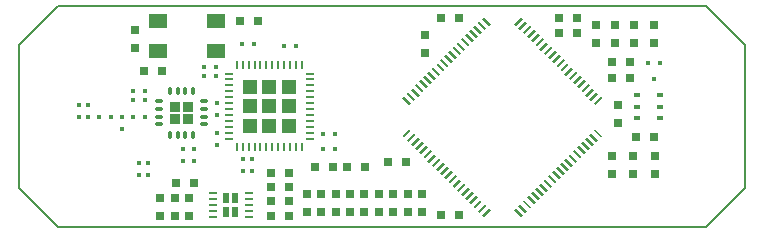
<source format=gtp>
G04 (created by PCBNEW-RS274X (2010-12-28 BZR 2695)-testing) date Sun Apr 24 11:48:03 2011*
G01*
G70*
G90*
%MOIN*%
G04 Gerber Fmt 3.4, Leading zero omitted, Abs format*
%FSLAX34Y34*%
G04 APERTURE LIST*
%ADD10C,0.008000*%
%ADD11R,0.016800X0.016800*%
%ADD12R,0.062100X0.047800*%
%ADD13R,0.025800X0.025800*%
%ADD14R,0.016800X0.015200*%
%ADD15R,0.018000X0.018000*%
%ADD16R,0.023900X0.016500*%
%ADD17O,0.027000X0.008400*%
%ADD18O,0.008400X0.027000*%
%ADD19R,0.049400X0.049400*%
%ADD20O,0.030000X0.010400*%
%ADD21O,0.010400X0.030000*%
%ADD22R,0.032300X0.032300*%
%ADD23O,0.028800X0.008400*%
%ADD24R,0.024700X0.035800*%
G04 APERTURE END LIST*
G54D10*
X19200Y-14320D02*
X40800Y-14320D01*
X40800Y-21680D02*
X19200Y-21680D01*
X17900Y-20380D02*
X17900Y-15620D01*
X42100Y-20380D02*
X42100Y-15620D01*
X17900Y-20380D02*
X19200Y-21680D01*
X42100Y-20380D02*
X40800Y-21680D01*
X42100Y-15620D02*
X40800Y-14320D01*
X17900Y-15620D02*
X19200Y-14320D01*
G54D11*
X20966Y-18000D03*
X20566Y-18000D03*
G54D12*
X22531Y-15792D03*
X24469Y-14808D03*
X24469Y-15792D03*
X22531Y-14808D03*
G54D10*
G36*
X34689Y-21274D02*
X34629Y-21334D01*
X34397Y-21102D01*
X34457Y-21042D01*
X34689Y-21274D01*
X34689Y-21274D01*
G37*
G36*
X34828Y-21134D02*
X34768Y-21194D01*
X34536Y-20962D01*
X34596Y-20902D01*
X34828Y-21134D01*
X34828Y-21134D01*
G37*
G36*
X34968Y-20995D02*
X34908Y-21055D01*
X34676Y-20823D01*
X34736Y-20763D01*
X34968Y-20995D01*
X34968Y-20995D01*
G37*
G36*
X35106Y-20856D02*
X35046Y-20916D01*
X34814Y-20684D01*
X34874Y-20624D01*
X35106Y-20856D01*
X35106Y-20856D01*
G37*
G36*
X35246Y-20717D02*
X35186Y-20777D01*
X34954Y-20545D01*
X35014Y-20485D01*
X35246Y-20717D01*
X35246Y-20717D01*
G37*
G36*
X35385Y-20578D02*
X35325Y-20638D01*
X35093Y-20406D01*
X35153Y-20346D01*
X35385Y-20578D01*
X35385Y-20578D01*
G37*
G36*
X35524Y-20439D02*
X35464Y-20499D01*
X35232Y-20267D01*
X35292Y-20207D01*
X35524Y-20439D01*
X35524Y-20439D01*
G37*
G36*
X35663Y-20299D02*
X35603Y-20359D01*
X35371Y-20127D01*
X35431Y-20067D01*
X35663Y-20299D01*
X35663Y-20299D01*
G37*
G36*
X35803Y-20160D02*
X35743Y-20220D01*
X35511Y-19988D01*
X35571Y-19928D01*
X35803Y-20160D01*
X35803Y-20160D01*
G37*
G36*
X35942Y-20021D02*
X35882Y-20081D01*
X35650Y-19849D01*
X35710Y-19789D01*
X35942Y-20021D01*
X35942Y-20021D01*
G37*
G36*
X36081Y-19882D02*
X36021Y-19942D01*
X35789Y-19710D01*
X35849Y-19650D01*
X36081Y-19882D01*
X36081Y-19882D01*
G37*
G36*
X36220Y-19743D02*
X36160Y-19803D01*
X35928Y-19571D01*
X35988Y-19511D01*
X36220Y-19743D01*
X36220Y-19743D01*
G37*
G36*
X36359Y-19603D02*
X36299Y-19663D01*
X36067Y-19431D01*
X36127Y-19371D01*
X36359Y-19603D01*
X36359Y-19603D01*
G37*
G36*
X36499Y-19464D02*
X36439Y-19524D01*
X36207Y-19292D01*
X36267Y-19232D01*
X36499Y-19464D01*
X36499Y-19464D01*
G37*
G36*
X36638Y-19325D02*
X36578Y-19385D01*
X36346Y-19153D01*
X36406Y-19093D01*
X36638Y-19325D01*
X36638Y-19325D01*
G37*
G36*
X36777Y-19186D02*
X36717Y-19246D01*
X36485Y-19014D01*
X36545Y-18954D01*
X36777Y-19186D01*
X36777Y-19186D01*
G37*
G36*
X36916Y-19046D02*
X36856Y-19106D01*
X36624Y-18874D01*
X36684Y-18814D01*
X36916Y-19046D01*
X36916Y-19046D01*
G37*
G36*
X37055Y-18908D02*
X36995Y-18968D01*
X36763Y-18736D01*
X36823Y-18676D01*
X37055Y-18908D01*
X37055Y-18908D01*
G37*
G36*
X37194Y-18768D02*
X37134Y-18828D01*
X36902Y-18596D01*
X36962Y-18536D01*
X37194Y-18768D01*
X37194Y-18768D01*
G37*
G36*
X37334Y-18629D02*
X37274Y-18689D01*
X37042Y-18457D01*
X37102Y-18397D01*
X37334Y-18629D01*
X37334Y-18629D01*
G37*
G36*
X37274Y-17311D02*
X37334Y-17371D01*
X37102Y-17603D01*
X37042Y-17543D01*
X37274Y-17311D01*
X37274Y-17311D01*
G37*
G36*
X37134Y-17172D02*
X37194Y-17232D01*
X36962Y-17464D01*
X36902Y-17404D01*
X37134Y-17172D01*
X37134Y-17172D01*
G37*
G36*
X36995Y-17032D02*
X37055Y-17092D01*
X36823Y-17324D01*
X36763Y-17264D01*
X36995Y-17032D01*
X36995Y-17032D01*
G37*
G36*
X36856Y-16894D02*
X36916Y-16954D01*
X36684Y-17186D01*
X36624Y-17126D01*
X36856Y-16894D01*
X36856Y-16894D01*
G37*
G36*
X36717Y-16754D02*
X36777Y-16814D01*
X36545Y-17046D01*
X36485Y-16986D01*
X36717Y-16754D01*
X36717Y-16754D01*
G37*
G36*
X36578Y-16615D02*
X36638Y-16675D01*
X36406Y-16907D01*
X36346Y-16847D01*
X36578Y-16615D01*
X36578Y-16615D01*
G37*
G36*
X36439Y-16476D02*
X36499Y-16536D01*
X36267Y-16768D01*
X36207Y-16708D01*
X36439Y-16476D01*
X36439Y-16476D01*
G37*
G36*
X36299Y-16337D02*
X36359Y-16397D01*
X36127Y-16629D01*
X36067Y-16569D01*
X36299Y-16337D01*
X36299Y-16337D01*
G37*
G36*
X36160Y-16197D02*
X36220Y-16257D01*
X35988Y-16489D01*
X35928Y-16429D01*
X36160Y-16197D01*
X36160Y-16197D01*
G37*
G36*
X36021Y-16058D02*
X36081Y-16118D01*
X35849Y-16350D01*
X35789Y-16290D01*
X36021Y-16058D01*
X36021Y-16058D01*
G37*
G36*
X35882Y-15919D02*
X35942Y-15979D01*
X35710Y-16211D01*
X35650Y-16151D01*
X35882Y-15919D01*
X35882Y-15919D01*
G37*
G36*
X35743Y-15780D02*
X35803Y-15840D01*
X35571Y-16072D01*
X35511Y-16012D01*
X35743Y-15780D01*
X35743Y-15780D01*
G37*
G36*
X35603Y-15641D02*
X35663Y-15701D01*
X35431Y-15933D01*
X35371Y-15873D01*
X35603Y-15641D01*
X35603Y-15641D01*
G37*
G36*
X35464Y-15501D02*
X35524Y-15561D01*
X35292Y-15793D01*
X35232Y-15733D01*
X35464Y-15501D01*
X35464Y-15501D01*
G37*
G36*
X35325Y-15362D02*
X35385Y-15422D01*
X35153Y-15654D01*
X35093Y-15594D01*
X35325Y-15362D01*
X35325Y-15362D01*
G37*
G36*
X35186Y-15223D02*
X35246Y-15283D01*
X35014Y-15515D01*
X34954Y-15455D01*
X35186Y-15223D01*
X35186Y-15223D01*
G37*
G36*
X35046Y-15084D02*
X35106Y-15144D01*
X34874Y-15376D01*
X34814Y-15316D01*
X35046Y-15084D01*
X35046Y-15084D01*
G37*
G36*
X34908Y-14945D02*
X34968Y-15005D01*
X34736Y-15237D01*
X34676Y-15177D01*
X34908Y-14945D01*
X34908Y-14945D01*
G37*
G36*
X34768Y-14806D02*
X34828Y-14866D01*
X34596Y-15098D01*
X34536Y-15038D01*
X34768Y-14806D01*
X34768Y-14806D01*
G37*
G36*
X34629Y-14666D02*
X34689Y-14726D01*
X34457Y-14958D01*
X34397Y-14898D01*
X34629Y-14666D01*
X34629Y-14666D01*
G37*
G36*
X33603Y-14898D02*
X33543Y-14958D01*
X33311Y-14726D01*
X33371Y-14666D01*
X33603Y-14898D01*
X33603Y-14898D01*
G37*
G36*
X33464Y-15038D02*
X33404Y-15098D01*
X33172Y-14866D01*
X33232Y-14806D01*
X33464Y-15038D01*
X33464Y-15038D01*
G37*
G36*
X33324Y-15177D02*
X33264Y-15237D01*
X33032Y-15005D01*
X33092Y-14945D01*
X33324Y-15177D01*
X33324Y-15177D01*
G37*
G36*
X33186Y-15316D02*
X33126Y-15376D01*
X32894Y-15144D01*
X32954Y-15084D01*
X33186Y-15316D01*
X33186Y-15316D01*
G37*
G36*
X33046Y-15455D02*
X32986Y-15515D01*
X32754Y-15283D01*
X32814Y-15223D01*
X33046Y-15455D01*
X33046Y-15455D01*
G37*
G36*
X32907Y-15594D02*
X32847Y-15654D01*
X32615Y-15422D01*
X32675Y-15362D01*
X32907Y-15594D01*
X32907Y-15594D01*
G37*
G36*
X32768Y-15733D02*
X32708Y-15793D01*
X32476Y-15561D01*
X32536Y-15501D01*
X32768Y-15733D01*
X32768Y-15733D01*
G37*
G36*
X32629Y-15873D02*
X32569Y-15933D01*
X32337Y-15701D01*
X32397Y-15641D01*
X32629Y-15873D01*
X32629Y-15873D01*
G37*
G36*
X32489Y-16012D02*
X32429Y-16072D01*
X32197Y-15840D01*
X32257Y-15780D01*
X32489Y-16012D01*
X32489Y-16012D01*
G37*
G36*
X32350Y-16151D02*
X32290Y-16211D01*
X32058Y-15979D01*
X32118Y-15919D01*
X32350Y-16151D01*
X32350Y-16151D01*
G37*
G36*
X32211Y-16290D02*
X32151Y-16350D01*
X31919Y-16118D01*
X31979Y-16058D01*
X32211Y-16290D01*
X32211Y-16290D01*
G37*
G36*
X32072Y-16429D02*
X32012Y-16489D01*
X31780Y-16257D01*
X31840Y-16197D01*
X32072Y-16429D01*
X32072Y-16429D01*
G37*
G36*
X31933Y-16569D02*
X31873Y-16629D01*
X31641Y-16397D01*
X31701Y-16337D01*
X31933Y-16569D01*
X31933Y-16569D01*
G37*
G36*
X31793Y-16708D02*
X31733Y-16768D01*
X31501Y-16536D01*
X31561Y-16476D01*
X31793Y-16708D01*
X31793Y-16708D01*
G37*
G36*
X31654Y-16847D02*
X31594Y-16907D01*
X31362Y-16675D01*
X31422Y-16615D01*
X31654Y-16847D01*
X31654Y-16847D01*
G37*
G36*
X31515Y-16986D02*
X31455Y-17046D01*
X31223Y-16814D01*
X31283Y-16754D01*
X31515Y-16986D01*
X31515Y-16986D01*
G37*
G36*
X31376Y-17126D02*
X31316Y-17186D01*
X31084Y-16954D01*
X31144Y-16894D01*
X31376Y-17126D01*
X31376Y-17126D01*
G37*
G36*
X31237Y-17264D02*
X31177Y-17324D01*
X30945Y-17092D01*
X31005Y-17032D01*
X31237Y-17264D01*
X31237Y-17264D01*
G37*
G36*
X31098Y-17404D02*
X31038Y-17464D01*
X30806Y-17232D01*
X30866Y-17172D01*
X31098Y-17404D01*
X31098Y-17404D01*
G37*
G36*
X30958Y-17543D02*
X30898Y-17603D01*
X30666Y-17371D01*
X30726Y-17311D01*
X30958Y-17543D01*
X30958Y-17543D01*
G37*
G36*
X30898Y-18397D02*
X30958Y-18457D01*
X30726Y-18689D01*
X30666Y-18629D01*
X30898Y-18397D01*
X30898Y-18397D01*
G37*
G36*
X31038Y-18536D02*
X31098Y-18596D01*
X30866Y-18828D01*
X30806Y-18768D01*
X31038Y-18536D01*
X31038Y-18536D01*
G37*
G36*
X31177Y-18676D02*
X31237Y-18736D01*
X31005Y-18968D01*
X30945Y-18908D01*
X31177Y-18676D01*
X31177Y-18676D01*
G37*
G36*
X31316Y-18814D02*
X31376Y-18874D01*
X31144Y-19106D01*
X31084Y-19046D01*
X31316Y-18814D01*
X31316Y-18814D01*
G37*
G36*
X31455Y-18954D02*
X31515Y-19014D01*
X31283Y-19246D01*
X31223Y-19186D01*
X31455Y-18954D01*
X31455Y-18954D01*
G37*
G36*
X31594Y-19093D02*
X31654Y-19153D01*
X31422Y-19385D01*
X31362Y-19325D01*
X31594Y-19093D01*
X31594Y-19093D01*
G37*
G36*
X31733Y-19232D02*
X31793Y-19292D01*
X31561Y-19524D01*
X31501Y-19464D01*
X31733Y-19232D01*
X31733Y-19232D01*
G37*
G36*
X31873Y-19371D02*
X31933Y-19431D01*
X31701Y-19663D01*
X31641Y-19603D01*
X31873Y-19371D01*
X31873Y-19371D01*
G37*
G36*
X32012Y-19511D02*
X32072Y-19571D01*
X31840Y-19803D01*
X31780Y-19743D01*
X32012Y-19511D01*
X32012Y-19511D01*
G37*
G36*
X32151Y-19650D02*
X32211Y-19710D01*
X31979Y-19942D01*
X31919Y-19882D01*
X32151Y-19650D01*
X32151Y-19650D01*
G37*
G36*
X32290Y-19789D02*
X32350Y-19849D01*
X32118Y-20081D01*
X32058Y-20021D01*
X32290Y-19789D01*
X32290Y-19789D01*
G37*
G36*
X32429Y-19928D02*
X32489Y-19988D01*
X32257Y-20220D01*
X32197Y-20160D01*
X32429Y-19928D01*
X32429Y-19928D01*
G37*
G36*
X32569Y-20067D02*
X32629Y-20127D01*
X32397Y-20359D01*
X32337Y-20299D01*
X32569Y-20067D01*
X32569Y-20067D01*
G37*
G36*
X32708Y-20207D02*
X32768Y-20267D01*
X32536Y-20499D01*
X32476Y-20439D01*
X32708Y-20207D01*
X32708Y-20207D01*
G37*
G36*
X32847Y-20346D02*
X32907Y-20406D01*
X32675Y-20638D01*
X32615Y-20578D01*
X32847Y-20346D01*
X32847Y-20346D01*
G37*
G36*
X32986Y-20485D02*
X33046Y-20545D01*
X32814Y-20777D01*
X32754Y-20717D01*
X32986Y-20485D01*
X32986Y-20485D01*
G37*
G36*
X33126Y-20624D02*
X33186Y-20684D01*
X32954Y-20916D01*
X32894Y-20856D01*
X33126Y-20624D01*
X33126Y-20624D01*
G37*
G36*
X33264Y-20763D02*
X33324Y-20823D01*
X33092Y-21055D01*
X33032Y-20995D01*
X33264Y-20763D01*
X33264Y-20763D01*
G37*
G36*
X33404Y-20902D02*
X33464Y-20962D01*
X33232Y-21194D01*
X33172Y-21134D01*
X33404Y-20902D01*
X33404Y-20902D01*
G37*
G36*
X33543Y-21042D02*
X33603Y-21102D01*
X33371Y-21334D01*
X33311Y-21274D01*
X33543Y-21042D01*
X33543Y-21042D01*
G37*
G54D11*
X20200Y-18000D03*
X20200Y-17600D03*
X22100Y-17150D03*
X21700Y-17150D03*
X21332Y-18000D03*
X21332Y-18400D03*
X22100Y-17450D03*
X21700Y-17450D03*
X21700Y-18000D03*
X22100Y-18000D03*
X22199Y-19946D03*
X22199Y-19546D03*
X21899Y-19946D03*
X21899Y-19546D03*
X23712Y-19478D03*
X23712Y-19078D03*
X24495Y-18938D03*
X24495Y-18538D03*
X24050Y-16350D03*
X24450Y-16350D03*
X24050Y-16650D03*
X24450Y-16650D03*
X25340Y-19820D03*
X25340Y-19420D03*
X25640Y-19420D03*
X25640Y-19820D03*
X27110Y-15630D03*
X26710Y-15630D03*
X28020Y-18580D03*
X28420Y-18580D03*
X28020Y-19080D03*
X28420Y-19080D03*
X19900Y-18000D03*
X19900Y-17600D03*
X23352Y-19478D03*
X23352Y-19078D03*
X25730Y-15570D03*
X25330Y-15570D03*
G54D13*
X28440Y-20580D03*
X28440Y-21180D03*
X29400Y-20580D03*
X29400Y-21180D03*
X30360Y-20580D03*
X30360Y-21180D03*
X31320Y-20580D03*
X31320Y-21180D03*
X37640Y-19900D03*
X37640Y-19300D03*
X37120Y-15540D03*
X37120Y-14940D03*
X27960Y-21180D03*
X27960Y-20580D03*
X28920Y-21180D03*
X28920Y-20580D03*
X29880Y-21180D03*
X29880Y-20580D03*
X30840Y-21180D03*
X30840Y-20580D03*
X38360Y-19900D03*
X38360Y-19300D03*
X37760Y-15540D03*
X37760Y-14940D03*
X30780Y-19520D03*
X30180Y-19520D03*
X31940Y-21280D03*
X32540Y-21280D03*
X31420Y-15280D03*
X31420Y-15880D03*
X29420Y-19680D03*
X28820Y-19680D03*
X32540Y-14720D03*
X31940Y-14720D03*
X28340Y-19680D03*
X27740Y-19680D03*
X37840Y-18200D03*
X37840Y-17600D03*
X36500Y-15200D03*
X35900Y-15200D03*
X27480Y-20580D03*
X27480Y-21180D03*
X39080Y-19300D03*
X39080Y-19900D03*
X36500Y-14720D03*
X35900Y-14720D03*
X38400Y-14940D03*
X38400Y-15540D03*
X37660Y-16160D03*
X38260Y-16160D03*
X37660Y-16720D03*
X38260Y-16720D03*
X39040Y-14940D03*
X39040Y-15540D03*
X38460Y-18680D03*
X39060Y-18680D03*
G54D14*
X24495Y-17954D03*
X24495Y-17534D03*
G54D13*
X22050Y-16470D03*
X22650Y-16470D03*
X26880Y-20340D03*
X26280Y-20340D03*
X26880Y-21300D03*
X26280Y-21300D03*
X26880Y-20820D03*
X26280Y-20820D03*
G54D15*
X39257Y-16204D03*
X38863Y-16204D03*
X39060Y-16756D03*
G54D13*
X21760Y-15120D03*
X21760Y-15720D03*
X25840Y-14820D03*
X25240Y-14820D03*
G54D16*
X38476Y-17286D03*
X38476Y-17660D03*
X38476Y-18034D03*
X39244Y-18034D03*
X39244Y-17660D03*
X39244Y-17286D03*
G54D17*
X24873Y-16557D03*
X24873Y-16754D03*
X24873Y-16951D03*
X24873Y-17148D03*
X24873Y-17345D03*
X24873Y-17542D03*
X24873Y-17738D03*
X24873Y-17935D03*
X24873Y-18132D03*
X24873Y-18329D03*
X24873Y-18526D03*
X24873Y-18723D03*
G54D18*
X25148Y-18998D03*
X25345Y-18998D03*
X25542Y-18998D03*
X25739Y-18998D03*
X25936Y-18998D03*
X26133Y-18998D03*
X26329Y-18998D03*
X26526Y-18998D03*
X26723Y-18998D03*
X26920Y-18998D03*
X27117Y-18998D03*
X27314Y-18998D03*
G54D17*
X27589Y-18723D03*
X27589Y-18526D03*
X27589Y-18329D03*
X27589Y-18132D03*
X27589Y-17935D03*
X27589Y-17738D03*
X27589Y-17542D03*
X27589Y-17345D03*
X27589Y-17148D03*
X27589Y-16951D03*
X27589Y-16754D03*
X27589Y-16557D03*
G54D18*
X27314Y-16282D03*
X27117Y-16282D03*
X26920Y-16282D03*
X26723Y-16282D03*
X26526Y-16282D03*
X26329Y-16282D03*
X26133Y-16282D03*
X25936Y-16282D03*
X25739Y-16282D03*
X25542Y-16282D03*
X25345Y-16282D03*
X25148Y-16282D03*
G54D19*
X25581Y-16990D03*
X26231Y-16990D03*
X26881Y-16990D03*
X25581Y-17640D03*
X26231Y-17640D03*
X26881Y-17640D03*
X25581Y-18290D03*
X26231Y-18290D03*
X26881Y-18290D03*
G54D20*
X24054Y-18256D03*
X24054Y-18000D03*
X24054Y-17744D03*
X24054Y-17488D03*
G54D21*
X23690Y-17124D03*
X23434Y-17124D03*
X23178Y-17124D03*
X22922Y-17124D03*
G54D20*
X22558Y-17488D03*
X22558Y-17744D03*
X22558Y-18000D03*
X22558Y-18256D03*
G54D21*
X22922Y-18620D03*
X23178Y-18620D03*
X23434Y-18620D03*
X23690Y-18620D03*
G54D22*
X23093Y-18085D03*
X23093Y-17659D03*
X23519Y-17659D03*
X23519Y-18085D03*
G54D23*
X25543Y-21334D03*
X25543Y-21137D03*
X25543Y-20940D03*
X25543Y-20743D03*
X25543Y-20546D03*
X24337Y-20546D03*
X24337Y-20743D03*
X24337Y-20940D03*
X24337Y-21137D03*
X24337Y-21334D03*
G54D24*
X24778Y-20704D03*
X25102Y-20704D03*
X25102Y-21176D03*
X24778Y-21176D03*
G54D13*
X23120Y-20220D03*
X23720Y-20220D03*
X22600Y-21300D03*
X22600Y-20700D03*
X23080Y-21300D03*
X23080Y-20700D03*
X23560Y-20700D03*
X23560Y-21300D03*
X26280Y-19860D03*
X26880Y-19860D03*
M02*

</source>
